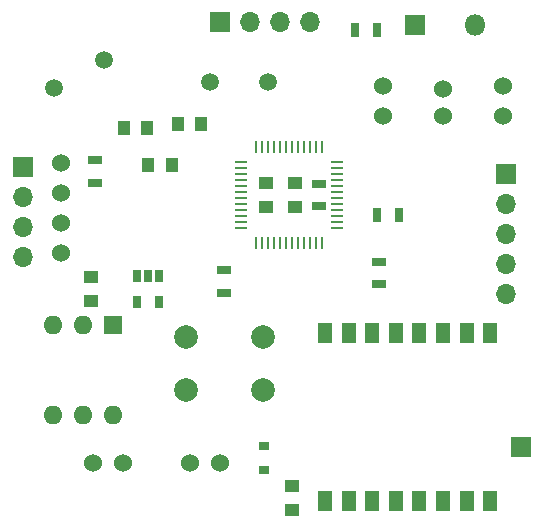
<source format=gbs>
G04 #@! TF.GenerationSoftware,KiCad,Pcbnew,5.1.6-c6e7f7d~87~ubuntu18.04.1*
G04 #@! TF.CreationDate,2020-07-19T23:01:31+05:30*
G04 #@! TF.ProjectId,Sensor_pcb_v1,53656e73-6f72-45f7-9063-625f76312e6b,rev?*
G04 #@! TF.SameCoordinates,Original*
G04 #@! TF.FileFunction,Soldermask,Bot*
G04 #@! TF.FilePolarity,Negative*
%FSLAX46Y46*%
G04 Gerber Fmt 4.6, Leading zero omitted, Abs format (unit mm)*
G04 Created by KiCad (PCBNEW 5.1.6-c6e7f7d~87~ubuntu18.04.1) date 2020-07-19 23:01:31*
%MOMM*%
%LPD*%
G01*
G04 APERTURE LIST*
%ADD10R,1.700000X1.700000*%
%ADD11R,1.300000X0.700000*%
%ADD12R,0.700000X1.300000*%
%ADD13O,1.700000X1.700000*%
%ADD14C,1.524000*%
%ADD15C,2.000000*%
%ADD16R,1.200000X1.700000*%
%ADD17R,1.600000X1.600000*%
%ADD18O,1.600000X1.600000*%
%ADD19R,1.000000X1.250000*%
%ADD20R,1.250000X1.000000*%
%ADD21R,0.900000X0.800000*%
%ADD22O,1.800000X1.800000*%
%ADD23R,1.800000X1.800000*%
%ADD24R,0.650000X1.060000*%
%ADD25R,0.230000X1.000000*%
%ADD26R,1.000000X0.230000*%
%ADD27C,1.500000*%
G04 APERTURE END LIST*
D10*
X67050000Y-56420000D03*
D11*
X55030000Y-42640000D03*
X55030000Y-40740000D03*
D12*
X54830000Y-36800000D03*
X56730000Y-36800000D03*
D10*
X24860000Y-32700000D03*
D13*
X24860000Y-35240000D03*
X24860000Y-37780000D03*
X24860000Y-40320000D03*
D14*
X33340000Y-57800000D03*
X30800000Y-57810000D03*
X41510000Y-57740000D03*
X38970000Y-57750000D03*
D15*
X38680000Y-51570000D03*
X38680000Y-47070000D03*
X45180000Y-51570000D03*
X45180000Y-47070000D03*
D16*
X64420000Y-46780000D03*
X62420000Y-46780000D03*
X60420000Y-46780000D03*
X58420000Y-46780000D03*
X56420000Y-46780000D03*
X54420000Y-46780000D03*
X52420000Y-46780000D03*
X50420000Y-46780000D03*
X50420000Y-60980000D03*
X52420000Y-60980000D03*
X54420000Y-60980000D03*
X56420000Y-60980000D03*
X58420000Y-60980000D03*
X60420000Y-60980000D03*
X62420000Y-60980000D03*
X64420000Y-60980000D03*
D17*
X32460000Y-46060000D03*
D18*
X27380000Y-53680000D03*
X29920000Y-46060000D03*
X29920000Y-53680000D03*
X27380000Y-46060000D03*
X32460000Y-53680000D03*
D19*
X35460000Y-32560000D03*
X37460000Y-32560000D03*
X35390000Y-29410000D03*
X33390000Y-29410000D03*
D20*
X45410000Y-36080000D03*
X45410000Y-34080000D03*
X47910000Y-34080000D03*
X47910000Y-36080000D03*
D19*
X37960000Y-29060000D03*
X39960000Y-29060000D03*
D20*
X47620000Y-61710000D03*
X47620000Y-59710000D03*
X30600000Y-42030000D03*
X30600000Y-44030000D03*
D21*
X45240000Y-58400000D03*
X45240000Y-56300000D03*
D14*
X60410000Y-26090000D03*
X55330000Y-25890000D03*
X65490000Y-25890000D03*
X65490000Y-28430000D03*
X60410000Y-28430000D03*
X55330000Y-28430000D03*
D13*
X65760000Y-43500000D03*
X65760000Y-40960000D03*
X65760000Y-38420000D03*
X65760000Y-35880000D03*
D10*
X65760000Y-33340000D03*
D13*
X49170000Y-20450000D03*
X46630000Y-20450000D03*
X44090000Y-20450000D03*
D10*
X41550000Y-20450000D03*
D11*
X30960000Y-34060000D03*
X30960000Y-32160000D03*
X49910000Y-34130000D03*
X49910000Y-36030000D03*
X41900000Y-41470000D03*
X41900000Y-43370000D03*
D12*
X52930000Y-21090000D03*
X54830000Y-21090000D03*
D22*
X63140000Y-20710000D03*
D23*
X58060000Y-20710000D03*
D24*
X34510000Y-41960000D03*
X35460000Y-41960000D03*
X36410000Y-41960000D03*
X36410000Y-44160000D03*
X34510000Y-44160000D03*
D25*
X49704000Y-31024000D03*
D26*
X43354000Y-32294000D03*
X43354000Y-32802000D03*
X43354000Y-33310000D03*
X43354000Y-33818000D03*
X43354000Y-34326000D03*
X43354000Y-34834000D03*
X43354000Y-35342000D03*
X43354000Y-35850000D03*
X43354000Y-36358000D03*
X43354000Y-36866000D03*
X43354000Y-37374000D03*
X43354000Y-37882000D03*
D25*
X44624000Y-39152000D03*
X45132000Y-39152000D03*
X46148000Y-39152000D03*
X46656000Y-39152000D03*
X47164000Y-39152000D03*
X47672000Y-39152000D03*
X48180000Y-39152000D03*
X48688000Y-39152000D03*
X49196000Y-39152000D03*
X49704000Y-39152000D03*
X50212000Y-39152000D03*
D26*
X51482000Y-37374000D03*
X51482000Y-36866000D03*
X51482000Y-36358000D03*
X51482000Y-35850000D03*
X51482000Y-35342000D03*
X51482000Y-34834000D03*
X51482000Y-34326000D03*
X51482000Y-33818000D03*
X51482000Y-33310000D03*
X51482000Y-32802000D03*
X51482000Y-32294000D03*
D25*
X50212000Y-31024000D03*
X49196000Y-31024000D03*
X48688000Y-31024000D03*
X48180000Y-31024000D03*
X47672000Y-31024000D03*
X47164000Y-31024000D03*
X46656000Y-31024000D03*
X46148000Y-31024000D03*
X45640000Y-31024000D03*
X45132000Y-31024000D03*
X44624000Y-31024000D03*
D26*
X51482000Y-37882000D03*
D25*
X45640000Y-39152000D03*
D14*
X28100000Y-40000000D03*
X28100000Y-37460000D03*
X28100000Y-34920000D03*
X28100000Y-32380000D03*
D27*
X40730000Y-25540000D03*
X45610000Y-25540000D03*
X27460000Y-26060000D03*
X31686204Y-23620000D03*
M02*

</source>
